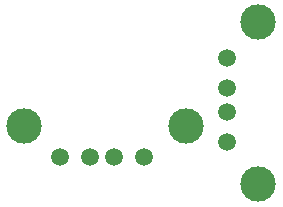
<source format=gbs>
G04 #@! TF.FileFunction,Soldermask,Bot*
%FSLAX46Y46*%
G04 Gerber Fmt 4.6, Leading zero omitted, Abs format (unit mm)*
G04 Created by KiCad (PCBNEW 4.0.1-stable) date Fri 01 Jan 2016 07:05:39 PM EST*
%MOMM*%
G01*
G04 APERTURE LIST*
%ADD10C,0.100000*%
%ADD11C,1.501140*%
%ADD12C,2.999740*%
G04 APERTURE END LIST*
D10*
D11*
X192277140Y-137162120D03*
X194817140Y-137162120D03*
X196849140Y-137162120D03*
X199389140Y-137162120D03*
D12*
X189229140Y-134495120D03*
X202945140Y-134495120D03*
D11*
X206372880Y-128777140D03*
X206372880Y-131317140D03*
X206372880Y-133349140D03*
X206372880Y-135889140D03*
D12*
X209039880Y-125729140D03*
X209039880Y-139445140D03*
M02*

</source>
